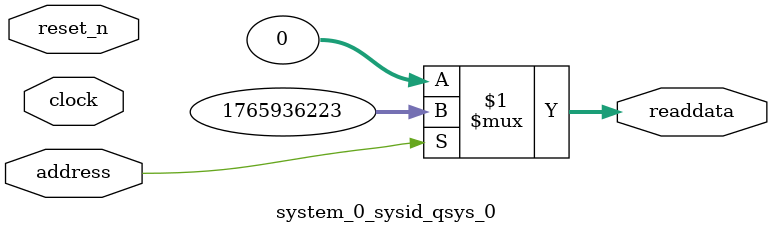
<source format=v>

`timescale 1ns / 1ps
// synthesis translate_on

// turn off superfluous verilog processor warnings 
// altera message_level Level1 
// altera message_off 10034 10035 10036 10037 10230 10240 10030 

module system_0_sysid_qsys_0 (
               // inputs:
                address,
                clock,
                reset_n,

               // outputs:
                readdata
             )
;

  output  [ 31: 0] readdata;
  input            address;
  input            clock;
  input            reset_n;

  wire    [ 31: 0] readdata;
  //control_slave, which is an e_avalon_slave
  assign readdata = address ? 1765936223 : 0;

endmodule




</source>
